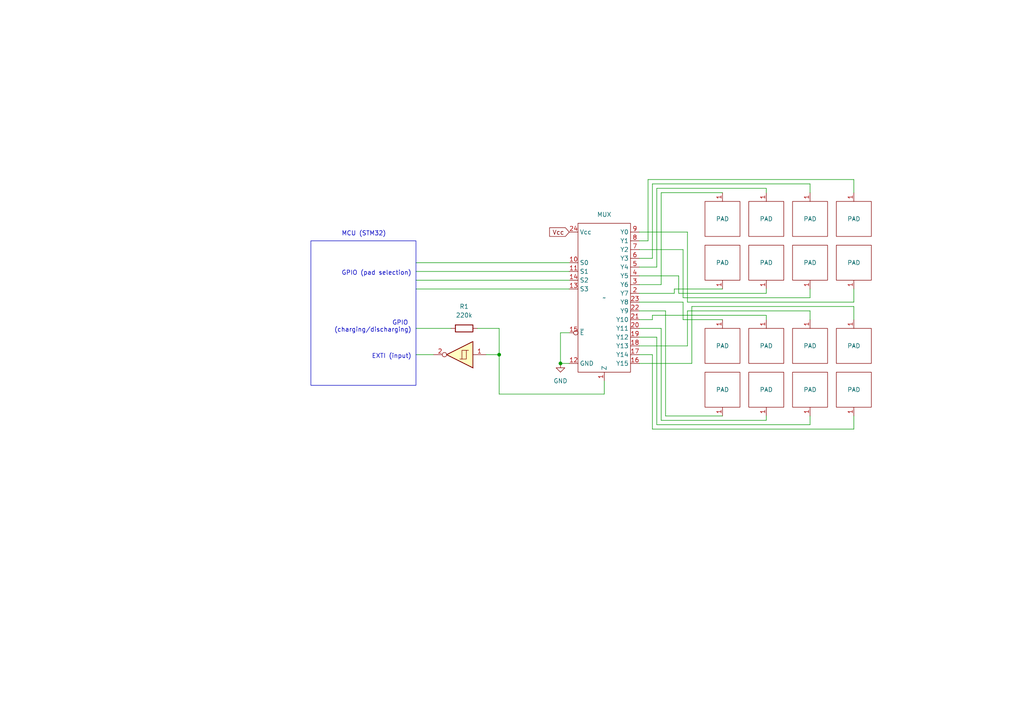
<source format=kicad_sch>
(kicad_sch (version 20230121) (generator eeschema)
  (paper "A4")
  (lib_symbols
    (symbol "74xx:74HC14" (pin_names (offset 1.016))
      (property "Reference" "U" (at 0 1.27 0))
      (property "Value" "74HC14" (at 0 -1.27 0))
      (symbol "74HC14_1_0"
        (polyline (pts (xy -3.81 3.81) (xy -3.81 -3.81) (xy 3.81 0) (xy -3.81 3.81)) (stroke (width 0.254)) (fill (type background)))
        (pin input line (at -7.62 0 0) (length 3.81) (name "~") (number "1"))
        (pin output inverted (at 7.62 0 180) (length 3.81) (name "~") (number "2"))
      )
      (symbol "74HC14_1_1"
        (polyline (pts (xy -1.905 -1.27) (xy -1.905 1.27) (xy -0.635 1.27)))
        (polyline (pts (xy -2.54 -1.27) (xy -0.635 -1.27) (xy -0.635 1.27) (xy 0 1.27)))
      )
      (symbol "74HC14_2_0"
        (polyline (pts (xy -3.81 3.81) (xy -3.81 -3.81) (xy 3.81 0) (xy -3.81 3.81)) (stroke (width 0.254)) (fill (type background)))
        (pin input line (at -7.62 0 0) (length 3.81) (name "~") (number "3"))
        (pin output inverted (at 7.62 0 180) (length 3.81) (name "~") (number "4"))
      )
      (symbol "74HC14_2_1"
        (polyline (pts (xy -1.905 -1.27) (xy -1.905 1.27) (xy -0.635 1.27)))
        (polyline (pts (xy -2.54 -1.27) (xy -0.635 -1.27) (xy -0.635 1.27) (xy 0 1.27)))
      )
      (symbol "74HC14_3_0"
        (polyline (pts (xy -3.81 3.81) (xy -3.81 -3.81) (xy 3.81 0) (xy -3.81 3.81)) (stroke (width 0.254)) (fill (type background)))
        (pin input line (at -7.62 0 0) (length 3.81) (name "~") (number "5"))
        (pin output inverted (at 7.62 0 180) (length 3.81) (name "~") (number "6"))
      )
      (symbol "74HC14_3_1"
        (polyline (pts (xy -1.905 -1.27) (xy -1.905 1.27) (xy -0.635 1.27)))
        (polyline (pts (xy -2.54 -1.27) (xy -0.635 -1.27) (xy -0.635 1.27) (xy 0 1.27)))
      )
      (symbol "74HC14_4_0"
        (polyline (pts (xy -3.81 3.81) (xy -3.81 -3.81) (xy 3.81 0) (xy -3.81 3.81)) (stroke (width 0.254)) (fill (type background)))
        (pin output inverted (at 7.62 0 180) (length 3.81) (name "~") (number "8"))
        (pin input line (at -7.62 0 0) (length 3.81) (name "~") (number "9"))
      )
      (symbol "74HC14_4_1"
        (polyline (pts (xy -1.905 -1.27) (xy -1.905 1.27) (xy -0.635 1.27)))
        (polyline (pts (xy -2.54 -1.27) (xy -0.635 -1.27) (xy -0.635 1.27) (xy 0 1.27)))
      )
      (symbol "74HC14_5_0"
        (polyline (pts (xy -3.81 3.81) (xy -3.81 -3.81) (xy 3.81 0) (xy -3.81 3.81)) (stroke (width 0.254)) (fill (type background)))
        (pin output inverted (at 7.62 0 180) (length 3.81) (name "~") (number "10"))
        (pin input line (at -7.62 0 0) (length 3.81) (name "~") (number "11"))
      )
      (symbol "74HC14_5_1"
        (polyline (pts (xy -1.905 -1.27) (xy -1.905 1.27) (xy -0.635 1.27)))
        (polyline (pts (xy -2.54 -1.27) (xy -0.635 -1.27) (xy -0.635 1.27) (xy 0 1.27)))
      )
      (symbol "74HC14_6_0"
        (polyline (pts (xy -3.81 3.81) (xy -3.81 -3.81) (xy 3.81 0) (xy -3.81 3.81)) (stroke (width 0.254)) (fill (type background)))
        (pin output inverted (at 7.62 0 180) (length 3.81) (name "~") (number "12"))
        (pin input line (at -7.62 0 0) (length 3.81) (name "~") (number "13"))
      )
      (symbol "74HC14_6_1"
        (polyline (pts (xy -1.905 -1.27) (xy -1.905 1.27) (xy -0.635 1.27)))
        (polyline (pts (xy -2.54 -1.27) (xy -0.635 -1.27) (xy -0.635 1.27) (xy 0 1.27)))
      )
      (symbol "74HC14_7_0"
        (pin power_in line (at 0 12.7 270) (length 5.08) (name "VCC") (number "14"))
        (pin power_in line (at 0 -12.7 90) (length 5.08) (name "GND") (number "7"))
      )
      (symbol "74HC14_7_1"
        (rectangle (start -5.08 7.62) (end 5.08 -7.62) (stroke (width 0.254)) (fill (type background)))
      )
    )
    (symbol "Device:R" (pin_numbers hide) (pin_names (offset 0))
      (property "Reference" "R" (at 2.032 0 90))
      (property "Value" "R" (at 0 0 90))
      (symbol "R_0_1"
        (rectangle (start -1.016 -2.54) (end 1.016 2.54) (stroke (width 0.254)))
      )
      (symbol "R_1_1"
        (pin passive line (at 0 3.81 270) (length 1.27) (name "~") (number "1"))
        (pin passive line (at 0 -3.81 90) (length 1.27) (name "~") (number "2"))
      )
    )
    (symbol "gridcap_symbols:74HC4067PW-Q100J"
      (property "Reference" "MUX" (at 0 0 0))
      (symbol "74HC4067PW-Q100J_0_1"
        (rectangle (start -7.62 21.59) (end 7.62 -21.59))
      )
      (symbol "74HC4067PW-Q100J_1_1"
        (pin bidirectional line (at 0 -24.13 90) (length 2.54) (name "Z") (number "1"))
        (pin input line (at -10.16 10.16 0) (length 2.54) (name "S0") (number "10"))
        (pin input line (at -10.16 7.62 0) (length 2.54) (name "S1") (number "11"))
        (pin power_in line (at -10.16 -19.05 0) (length 2.54) (name "GND") (number "12"))
        (pin input line (at -10.16 2.54 0) (length 2.54) (name "S3") (number "13"))
        (pin input line (at -10.16 5.08 0) (length 2.54) (name "S2") (number "14"))
        (pin input inverted (at -10.16 -10.16 0) (length 2.54) (name "~{E}") (number "15"))
        (pin bidirectional line (at 10.16 -19.05 180) (length 2.54) (name "Y15") (number "16"))
        (pin bidirectional line (at 10.16 -16.51 180) (length 2.54) (name "Y14") (number "17"))
        (pin bidirectional line (at 10.16 -13.97 180) (length 2.54) (name "Y13") (number "18"))
        (pin bidirectional line (at 10.16 -11.43 180) (length 2.54) (name "Y12") (number "19"))
        (pin bidirectional line (at 10.16 1.27 180) (length 2.54) (name "Y7") (number "2"))
        (pin bidirectional line (at 10.16 -8.89 180) (length 2.54) (name "Y11") (number "20"))
        (pin bidirectional line (at 10.16 -6.35 180) (length 2.54) (name "Y10") (number "21"))
        (pin bidirectional line (at 10.16 -3.81 180) (length 2.54) (name "Y9") (number "22"))
        (pin bidirectional line (at 10.16 -1.27 180) (length 2.54) (name "Y8") (number "23"))
        (pin power_in line (at -10.16 19.05 0) (length 2.54) (name "Vcc") (number "24"))
        (pin bidirectional line (at 10.16 3.81 180) (length 2.54) (name "Y6") (number "3"))
        (pin bidirectional line (at 10.16 6.35 180) (length 2.54) (name "Y5") (number "4"))
        (pin bidirectional line (at 10.16 8.89 180) (length 2.54) (name "Y4") (number "5"))
        (pin bidirectional line (at 10.16 11.43 180) (length 2.54) (name "Y3") (number "6"))
        (pin bidirectional line (at 10.16 13.97 180) (length 2.54) (name "Y2") (number "7"))
        (pin bidirectional line (at 10.16 16.51 180) (length 2.54) (name "Y1") (number "8"))
        (pin bidirectional line (at 10.16 19.05 180) (length 2.54) (name "Y0") (number "9"))
      )
    )
    (symbol "gridcap_symbols:CAPACITOR_PAD"
      (property "Reference" "PAD" (at 0 0 0))
      (symbol "CAPACITOR_PAD_0_1"
        (rectangle (start -5.08 5.08) (end 5.08 -5.08))
      )
      (symbol "CAPACITOR_PAD_1_1"
        (pin bidirectional line (at 0 7.62 270) (length 2.54) (name "") (number "1"))
      )
    )
    (symbol "power:GND" (power) (pin_names (offset 0))
      (property "Value" "GND" (at 0 -3.81 0))
      (symbol "GND_0_1"
        (polyline (pts (xy 0 0) (xy 0 -1.27) (xy 1.27 -1.27) (xy 0 -2.54) (xy -1.27 -1.27) (xy 0 -1.27)))
      )
      (symbol "GND_1_1"
        (pin power_in line (at 0 0 270) (length 0) hide (name "GND") (number "1"))
      )
    )
  )
  (junction (at 144.78 102.87))
  (junction (at 162.56 105.41))
  (wire (pts (xy 144.78 114.3) (xy 175.26 114.3)))
  (wire (pts (xy 195.58 85.09) (xy 185.42 85.09)))
  (wire (pts (xy 234.95 83.82) (xy 234.95 86.36)))
  (wire (pts (xy 196.85 85.09) (xy 222.25 85.09)))
  (wire (pts (xy 185.42 100.33) (xy 199.39 100.33)))
  (wire (pts (xy 191.77 95.25) (xy 191.77 121.92)))
  (wire (pts (xy 190.5 77.47) (xy 190.5 54.61)))
  (wire (pts (xy 222.25 91.44) (xy 222.25 92.71)))
  (wire (pts (xy 120.65 102.87) (xy 125.73 102.87)))
  (wire (pts (xy 144.78 102.87) (xy 144.78 114.3)))
  (wire (pts (xy 191.77 82.55) (xy 191.77 55.88)))
  (wire (pts (xy 185.42 97.79) (xy 190.5 97.79)))
  (wire (pts (xy 189.23 91.44) (xy 189.23 92.71)))
  (wire (pts (xy 120.65 95.25) (xy 130.81 95.25)))
  (wire (pts (xy 247.65 88.9) (xy 247.65 92.71)))
  (wire (pts (xy 120.65 81.28) (xy 165.1 81.28)))
  (wire (pts (xy 185.42 82.55) (xy 191.77 82.55)))
  (wire (pts (xy 189.23 124.46) (xy 247.65 124.46)))
  (wire (pts (xy 185.42 87.63) (xy 198.12 87.63)))
  (wire (pts (xy 198.12 87.63) (xy 198.12 92.71)))
  (wire (pts (xy 120.65 76.2) (xy 165.1 76.2)))
  (wire (pts (xy 175.26 114.3) (xy 175.26 110.49)))
  (wire (pts (xy 247.65 124.46) (xy 247.65 120.65)))
  (wire (pts (xy 185.42 72.39) (xy 198.12 72.39)))
  (wire (pts (xy 222.25 83.82) (xy 222.25 85.09)))
  (wire (pts (xy 165.1 96.52) (xy 162.56 96.52)))
  (wire (pts (xy 195.58 83.82) (xy 195.58 85.09)))
  (wire (pts (xy 190.5 123.19) (xy 234.95 123.19)))
  (wire (pts (xy 199.39 67.31) (xy 199.39 87.63)))
  (wire (pts (xy 140.97 102.87) (xy 144.78 102.87)))
  (wire (pts (xy 199.39 100.33) (xy 199.39 90.17)))
  (wire (pts (xy 234.95 90.17) (xy 234.95 92.71)))
  (wire (pts (xy 193.04 90.17) (xy 193.04 120.65)))
  (wire (pts (xy 185.42 80.01) (xy 196.85 80.01)))
  (wire (pts (xy 187.96 52.07) (xy 187.96 69.85)))
  (wire (pts (xy 185.42 77.47) (xy 190.5 77.47)))
  (wire (pts (xy 247.65 87.63) (xy 247.65 83.82)))
  (wire (pts (xy 198.12 86.36) (xy 234.95 86.36)))
  (wire (pts (xy 247.65 55.88) (xy 247.65 52.07)))
  (wire (pts (xy 185.42 90.17) (xy 193.04 90.17)))
  (wire (pts (xy 185.42 95.25) (xy 191.77 95.25)))
  (wire (pts (xy 234.95 53.34) (xy 234.95 55.88)))
  (wire (pts (xy 162.56 105.41) (xy 162.56 96.52)))
  (wire (pts (xy 191.77 121.92) (xy 222.25 121.92)))
  (wire (pts (xy 198.12 92.71) (xy 209.55 92.71)))
  (wire (pts (xy 222.25 121.92) (xy 222.25 120.65)))
  (wire (pts (xy 196.85 80.01) (xy 196.85 85.09)))
  (wire (pts (xy 209.55 83.82) (xy 195.58 83.82)))
  (wire (pts (xy 185.42 102.87) (xy 189.23 102.87)))
  (wire (pts (xy 187.96 69.85) (xy 185.42 69.85)))
  (wire (pts (xy 191.77 55.88) (xy 209.55 55.88)))
  (wire (pts (xy 189.23 74.93) (xy 189.23 53.34)))
  (wire (pts (xy 189.23 92.71) (xy 185.42 92.71)))
  (wire (pts (xy 120.65 83.82) (xy 165.1 83.82)))
  (wire (pts (xy 185.42 74.93) (xy 189.23 74.93)))
  (wire (pts (xy 200.66 88.9) (xy 247.65 88.9)))
  (wire (pts (xy 234.95 123.19) (xy 234.95 120.65)))
  (wire (pts (xy 200.66 105.41) (xy 200.66 88.9)))
  (wire (pts (xy 199.39 87.63) (xy 247.65 87.63)))
  (wire (pts (xy 185.42 105.41) (xy 200.66 105.41)))
  (wire (pts (xy 165.1 105.41) (xy 162.56 105.41)))
  (wire (pts (xy 199.39 90.17) (xy 234.95 90.17)))
  (wire (pts (xy 189.23 53.34) (xy 234.95 53.34)))
  (wire (pts (xy 247.65 52.07) (xy 187.96 52.07)))
  (wire (pts (xy 189.23 91.44) (xy 222.25 91.44)))
  (wire (pts (xy 198.12 72.39) (xy 198.12 86.36)))
  (wire (pts (xy 189.23 102.87) (xy 189.23 124.46)))
  (wire (pts (xy 190.5 97.79) (xy 190.5 123.19)))
  (wire (pts (xy 193.04 120.65) (xy 209.55 120.65)))
  (wire (pts (xy 138.43 95.25) (xy 144.78 95.25)))
  (wire (pts (xy 144.78 95.25) (xy 144.78 102.87)))
  (wire (pts (xy 185.42 67.31) (xy 199.39 67.31)))
  (wire (pts (xy 120.65 78.74) (xy 165.1 78.74)))
  (wire (pts (xy 222.25 54.61) (xy 222.25 55.88)))
  (wire (pts (xy 190.5 54.61) (xy 222.25 54.61)))
  (rectangle (start 90.17 69.85) (end 120.65 111.76))
  (text "EXTI (input)" (at 119.38 104.14 0) (effects (font (size 1.27 1.27)) (justify right bottom)))
  (text "GPIO \n(charging/discharging)" (at 119.38 96.52 0) (effects (font (size 1.27 1.27)) (justify right bottom)))
  (text "GPIO (pad selection)" (at 119.38 80.01 0) (effects (font (size 1.27 1.27)) (justify right bottom)))
  (text "MCU (STM32)" (at 99.06 68.58 0) (effects (font (size 1.27 1.27)) (justify left bottom)))
  (global_label "Vcc" (shape input) (at 165.1 67.31 180) (property "Intersheetrefs" "${INTERSHEET_REFS}" (effects hide)))
  (symbol (lib_id "gridcap_symbols:CAPACITOR_PAD") (at 209.55 76.2 180) (unit 1)
    (property "Reference" "PAD" (at 209.55 76.2 0))
    (property "Value" "~" (at 209.55 76.2 0))
    (property "Footprint" "gridcap_footprints:CAPACITOR_PAD" (effects hide))
  )
  (symbol (lib_id "Device:R") (at 134.62 95.25 90) (unit 1)
    (property "Reference" "R1" (at 134.62 88.9 90))
    (property "Value" "220k" (at 134.62 91.44 90))
  )
  (symbol (lib_id "gridcap_symbols:CAPACITOR_PAD") (at 234.95 63.5 0) (unit 1)
    (property "Reference" "PAD" (at 234.95 63.5 0))
    (property "Value" "~" (at 234.95 63.5 0))
    (property "Footprint" "gridcap_footprints:CAPACITOR_PAD" (effects hide))
  )
  (symbol (lib_id "gridcap_symbols:CAPACITOR_PAD") (at 234.95 100.33 0) (unit 1)
    (property "Reference" "PAD" (at 234.95 100.33 0))
    (property "Value" "~" (at 234.95 100.33 0))
    (property "Footprint" "gridcap_footprints:CAPACITOR_PAD" (effects hide))
  )
  (symbol (lib_id "gridcap_symbols:CAPACITOR_PAD") (at 209.55 63.5 0) (unit 1)
    (property "Reference" "PAD" (at 209.55 63.5 0))
    (property "Value" "~" (at 209.55 63.5 0))
    (property "Footprint" "gridcap_footprints:CAPACITOR_PAD" (effects hide))
  )
  (symbol (lib_id "gridcap_symbols:CAPACITOR_PAD") (at 247.65 113.03 0) (mirror x) (unit 1)
    (property "Reference" "PAD" (at 247.65 113.03 0))
    (property "Value" "~" (at 247.65 113.03 0))
    (property "Footprint" "gridcap_footprints:CAPACITOR_PAD" (effects hide))
  )
  (symbol (lib_id "gridcap_symbols:CAPACITOR_PAD") (at 234.95 113.03 0) (mirror x) (unit 1)
    (property "Reference" "PAD" (at 234.95 113.03 0))
    (property "Value" "~" (at 234.95 113.03 0))
    (property "Footprint" "gridcap_footprints:CAPACITOR_PAD" (effects hide))
  )
  (symbol (lib_id "gridcap_symbols:74HC4067PW-Q100J") (at 175.26 86.36 0) (unit 1)
    (property "Reference" "MUX" (at 175.26 62.23 0))
    (property "Value" "~" (at 175.26 86.36 0))
    (property "Footprint" "gridcap_footprints:74HC4067PW-Q100J" (effects hide))
  )
  (symbol (lib_id "gridcap_symbols:CAPACITOR_PAD") (at 222.25 63.5 0) (unit 1)
    (property "Reference" "PAD" (at 222.25 63.5 0))
    (property "Value" "~" (at 222.25 63.5 0))
    (property "Footprint" "gridcap_footprints:CAPACITOR_PAD" (effects hide))
  )
  (symbol (lib_id "power:GND") (at 162.56 105.41 0) (unit 1)
    (property "Reference" "#PWR06" (effects hide))
    (property "Value" "GND" (at 162.56 110.49 0))
  )
  (symbol (lib_id "74xx:74HC14") (at 133.35 102.87 180) (unit 1)
    (property "Reference" "U1" (effects hide))
    (property "Value" "74HC14" (effects hide))
    (property "Datasheet" "http://www.ti.com/lit/gpn/sn74HC14" (effects hide))
  )
  (symbol (lib_id "gridcap_symbols:CAPACITOR_PAD") (at 209.55 100.33 0) (unit 1)
    (property "Reference" "PAD" (at 209.55 100.33 0))
    (property "Value" "~" (at 209.55 100.33 0))
    (property "Footprint" "gridcap_footprints:CAPACITOR_PAD" (effects hide))
  )
  (symbol (lib_id "gridcap_symbols:CAPACITOR_PAD") (at 247.65 100.33 0) (unit 1)
    (property "Reference" "PAD" (at 247.65 100.33 0))
    (property "Value" "~" (at 247.65 100.33 0))
    (property "Footprint" "gridcap_footprints:CAPACITOR_PAD" (effects hide))
  )
  (symbol (lib_id "gridcap_symbols:CAPACITOR_PAD") (at 222.25 113.03 0) (mirror x) (unit 1)
    (property "Reference" "PAD" (at 222.25 113.03 0))
    (property "Value" "~" (at 222.25 113.03 0))
    (property "Footprint" "gridcap_footprints:CAPACITOR_PAD" (effects hide))
  )
  (symbol (lib_id "gridcap_symbols:CAPACITOR_PAD") (at 222.25 100.33 0) (unit 1)
    (property "Reference" "PAD" (at 222.25 100.33 0))
    (property "Value" "~" (at 222.25 100.33 0))
    (property "Footprint" "gridcap_footprints:CAPACITOR_PAD" (effects hide))
  )
  (symbol (lib_id "gridcap_symbols:CAPACITOR_PAD") (at 222.25 76.2 0) (mirror x) (unit 1)
    (property "Reference" "PAD" (at 222.25 76.2 0))
    (property "Value" "~" (at 222.25 76.2 0))
    (property "Footprint" "gridcap_footprints:CAPACITOR_PAD" (effects hide))
  )
  (symbol (lib_id "gridcap_symbols:CAPACITOR_PAD") (at 247.65 76.2 0) (mirror x) (unit 1)
    (property "Reference" "PAD" (at 247.65 76.2 0))
    (property "Value" "~" (at 247.65 76.2 0))
    (property "Footprint" "gridcap_footprints:CAPACITOR_PAD" (effects hide))
  )
  (symbol (lib_id "gridcap_symbols:CAPACITOR_PAD") (at 247.65 63.5 0) (unit 1)
    (property "Reference" "PAD" (at 247.65 63.5 0))
    (property "Value" "~" (at 247.65 63.5 0))
    (property "Footprint" "gridcap_footprints:CAPACITOR_PAD" (effects hide))
  )
  (symbol (lib_id "gridcap_symbols:CAPACITOR_PAD") (at 209.55 113.03 180) (unit 1)
    (property "Reference" "PAD" (at 209.55 113.03 0))
    (property "Value" "~" (at 209.55 113.03 0))
    (property "Footprint" "gridcap_footprints:CAPACITOR_PAD" (effects hide))
  )
  (symbol (lib_id "gridcap_symbols:CAPACITOR_PAD") (at 234.95 76.2 0) (mirror x) (unit 1)
    (property "Reference" "PAD" (at 234.95 76.2 0))
    (property "Value" "~" (at 234.95 76.2 0))
    (property "Footprint" "gridcap_footprints:CAPACITOR_PAD" (effects hide))
  )
)
</source>
